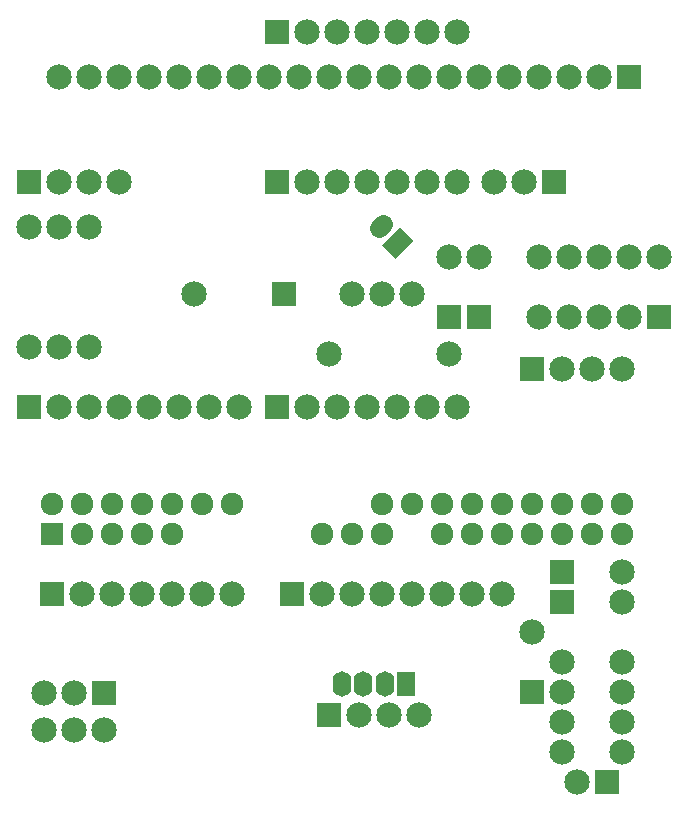
<source format=gbr>
G04 #@! TF.FileFunction,Soldermask,Bot*
%FSLAX46Y46*%
G04 Gerber Fmt 4.6, Leading zero omitted, Abs format (unit mm)*
G04 Created by KiCad (PCBNEW 4.0.7-e2-6376~58~ubuntu16.04.1) date Sun Dec  9 15:38:39 2018*
%MOMM*%
%LPD*%
G01*
G04 APERTURE LIST*
%ADD10C,0.100000*%
%ADD11R,2.150000X2.150000*%
%ADD12C,2.150000*%
%ADD13O,1.600000X2.150000*%
%ADD14R,1.600000X2.150000*%
%ADD15C,1.650000*%
%ADD16R,1.924000X1.924000*%
%ADD17C,1.924000*%
G04 APERTURE END LIST*
D10*
D11*
X139700000Y-154305000D03*
D12*
X132080000Y-154305000D03*
D13*
X144620000Y-187325000D03*
D14*
X150020000Y-187325000D03*
D13*
X148220000Y-187325000D03*
X146420000Y-187325000D03*
D11*
X163195000Y-180340000D03*
D12*
X163195000Y-185420000D03*
X163195000Y-187960000D03*
X163195000Y-190500000D03*
X163195000Y-193040000D03*
X168275000Y-193040000D03*
X168275000Y-190500000D03*
X168275000Y-187960000D03*
X168275000Y-185420000D03*
X168275000Y-180340000D03*
D11*
X160655000Y-160655000D03*
D12*
X163195000Y-160655000D03*
X165735000Y-160655000D03*
X168275000Y-160655000D03*
D11*
X139065000Y-163830000D03*
D12*
X141605000Y-163830000D03*
X144145000Y-163830000D03*
X146685000Y-163830000D03*
X149225000Y-163830000D03*
X151765000Y-163830000D03*
X154305000Y-163830000D03*
D11*
X156210000Y-156210000D03*
D12*
X161290000Y-156210000D03*
X163830000Y-156210000D03*
X166370000Y-156210000D03*
X168910000Y-156210000D03*
X168910000Y-151130000D03*
X166370000Y-151130000D03*
X163830000Y-151130000D03*
X161290000Y-151130000D03*
X156210000Y-151130000D03*
D11*
X139065000Y-132080000D03*
D12*
X141605000Y-132080000D03*
X144145000Y-132080000D03*
X146685000Y-132080000D03*
X149225000Y-132080000D03*
X151765000Y-132080000D03*
X154305000Y-132080000D03*
D11*
X168910000Y-135890000D03*
D12*
X166370000Y-135890000D03*
X163830000Y-135890000D03*
X161290000Y-135890000D03*
X158750000Y-135890000D03*
X156210000Y-135890000D03*
X153670000Y-135890000D03*
X151130000Y-135890000D03*
X148590000Y-135890000D03*
X146050000Y-135890000D03*
X143510000Y-135890000D03*
X140970000Y-135890000D03*
X138430000Y-135890000D03*
X135890000Y-135890000D03*
X133350000Y-135890000D03*
X130810000Y-135890000D03*
X128270000Y-135890000D03*
X125730000Y-135890000D03*
X123190000Y-135890000D03*
X120650000Y-135890000D03*
D10*
G36*
X150651923Y-149766643D02*
X149131643Y-151286923D01*
X147964917Y-150120197D01*
X149485197Y-148599917D01*
X150651923Y-149766643D01*
X150651923Y-149766643D01*
G37*
D15*
X147694803Y-148683357D02*
X148048357Y-148329803D01*
D11*
X171450000Y-156210000D03*
D12*
X171450000Y-151130000D03*
D11*
X153670000Y-156210000D03*
D12*
X153670000Y-151130000D03*
D11*
X124472765Y-188012605D03*
D12*
X121932765Y-188012605D03*
X119392765Y-188012605D03*
D11*
X162560000Y-144780000D03*
D12*
X160020000Y-144780000D03*
X157480000Y-144780000D03*
D11*
X139065000Y-144780000D03*
D12*
X141605000Y-144780000D03*
X144145000Y-144780000D03*
X146685000Y-144780000D03*
X149225000Y-144780000D03*
X151765000Y-144780000D03*
X154305000Y-144780000D03*
D11*
X118110000Y-144780000D03*
D12*
X120650000Y-144780000D03*
X123190000Y-144780000D03*
X125730000Y-144780000D03*
X123190000Y-158750000D03*
X123190000Y-148590000D03*
X120650000Y-158750000D03*
X120650000Y-148590000D03*
X118110000Y-158750000D03*
X118110000Y-148590000D03*
X153670000Y-159385000D03*
X143510000Y-159385000D03*
X147955000Y-154305000D03*
X145415000Y-154305000D03*
X150495000Y-154305000D03*
X121932764Y-191187606D03*
X119392764Y-191187606D03*
X124472764Y-191187606D03*
D11*
X143485660Y-189935429D03*
D12*
X146025660Y-189935429D03*
X148565660Y-189935429D03*
X151105660Y-189935429D03*
D11*
X140335000Y-179705000D03*
D12*
X142875000Y-179705000D03*
X145415000Y-179705000D03*
X147955000Y-179705000D03*
X150495000Y-179705000D03*
X153035000Y-179705000D03*
X155575000Y-179705000D03*
X158115000Y-179705000D03*
D11*
X120015000Y-179705000D03*
D12*
X122555000Y-179705000D03*
X125095000Y-179705000D03*
X127635000Y-179705000D03*
X130175000Y-179705000D03*
X132715000Y-179705000D03*
X135255000Y-179705000D03*
D16*
X120015000Y-174625000D03*
D17*
X120015000Y-172085000D03*
X122555000Y-174625000D03*
X122555000Y-172085000D03*
X125095000Y-174625000D03*
X125095000Y-172085000D03*
X127635000Y-174625000D03*
X127635000Y-172085000D03*
X130175000Y-174625000D03*
X130175000Y-172085000D03*
X132715000Y-172085000D03*
X135255000Y-172085000D03*
X142875000Y-174625000D03*
X145415000Y-174625000D03*
X147955000Y-174625000D03*
X147955000Y-172085000D03*
X150495000Y-172085000D03*
X153035000Y-174625000D03*
X153035000Y-172085000D03*
X155575000Y-174625000D03*
X155575000Y-172085000D03*
X158115000Y-174625000D03*
X158115000Y-172085000D03*
X160655000Y-174625000D03*
X160655000Y-172085000D03*
X163195000Y-174625000D03*
X163195000Y-172085000D03*
X165735000Y-174625000D03*
X165735000Y-172085000D03*
X168275000Y-174625000D03*
X168275000Y-172085000D03*
D11*
X160655000Y-187960000D03*
D12*
X160655000Y-182880000D03*
D11*
X163195000Y-177800000D03*
D12*
X168275000Y-177800000D03*
D11*
X167005000Y-195580000D03*
D12*
X164465000Y-195580000D03*
D11*
X118110000Y-163830000D03*
D12*
X120650000Y-163830000D03*
X123190000Y-163830000D03*
X125730000Y-163830000D03*
X128270000Y-163830000D03*
X130810000Y-163830000D03*
X133350000Y-163830000D03*
X135890000Y-163830000D03*
M02*

</source>
